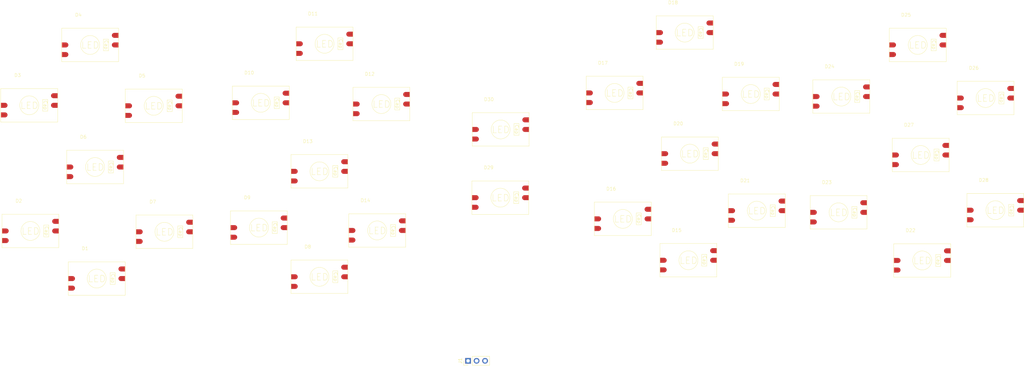
<source format=kicad_pcb>
(kicad_pcb (version 20240108) (generator "pcbnew") (generator_version "8.0")
  (layers (0 "F.Cu" signal) (1 "In1.Cu" signal) (2 "In2.Cu" signal) (31 "B.Cu" power) (34 "B.Paste" user) (35 "F.Paste" user) (36 "B.SilkS" user "B.Silkscreen") (37 "F.SilkS" user "F.Silkscreen") (38 "B.Mask" user) (39 "F.Mask" user) (44 "Edge.Cuts" user))
  (net 0 "")
  (net 1 "Net-(D1-DIN)")
  (net 2 "GND")
  (net 3 "Net-(D1-DOUT)")
  (net 4 "5V")
  (net 5 "D_In")
  (net 6 "Net-(D2-DOUT)")
  (net 7 "Net-(D3-DOUT)")
  (net 8 "Net-(D4-DIN)")
  (net 9 "Net-(D12-DOUT)")
  (net 10 "Net-(D10-DIN)")
  (net 11 "Net-(D14-DIN)")
  (net 12 "Net-(D13-DIN)")
  (net 13 "Net-(D14-DOUT)")
  (net 14 "Net-(D11-DIN)")
  (net 15 "Net-(D10-DOUT)")
  (net 16 "Net-(D11-DOUT)")
  (net 17 "Net-(D12-DIN)")
  (net 18 "Net-(D15-DOUT)")
  (net 19 "Net-(D16-DOUT)")
  (net 20 "Net-(D17-DIN)")
  (net 21 "Net-(D17-DOUT)")
  (net 22 "Net-(D18-DIN)")
  (net 23 "Net-(D19-DOUT)")
  (net 24 "Net-(D20-DOUT)")
  (net 25 "Net-(D20-DIN)")
  (net 26 "Net-(D22-DOUT)")
  (net 27 "Net-(D24-DOUT)")
  (net 28 "Net-(D24-DIN)")
  (net 29 "Net-(D25-DIN)")
  (net 30 "Net-(D26-DOUT)")
  (net 31 "Net-(D27-DOUT)")
  (net 32 "Net-(D27-DIN)")
  (footprint "LED_SMD:oneLED" (layer "F.Cu") (at 174.155 166.895)
    (property "Reference" "D11" (at 5 -14 0) (layer "F.SilkS") (effects (font (thickness 0.1))))
    (property "Value" "WS2812B")
    (fp_text user "Cap" (at 12.75 -6.5 -90) (layer "F.SilkS") (effects (font (thickness 0.1)) (justify left bottom)))
    (fp_text user "LED" (at 5.75 -3.75 0) (layer "F.SilkS") (effects (font (size 2 2) (thickness 0.1)) (justify left bottom)))
    (pad "1" smd custom (at 1.25 -2.125) (size 1.5 1.5) (layers "F.Cu" "F.Paste" "F.Mask") (net 4 "5V") (options (clearance outline) (anchor circle)) (primitives (gr_rect (start -1.25 -0.75) (end 0 0.75) (width 0.0001) (fill yes))))
    (pad "2" smd custom (at 15.75 -5 180) (size 1.5 1.5) (layers "F.Cu" "F.Paste" "F.Mask") (net 16 "Net-(D11-DOUT)") (options (clearance outline) (anchor circle)) (primitives (gr_rect (start -1.25 -0.75) (end 0 0.75) (width 0.0001) (fill yes))))
    (pad "3" smd custom (at 15.75 -7.875 180) (size 1.5 1.5) (layers "F.Cu" "F.Paste" "F.Mask") (net 2 "GND") (options (clearance outline) (anchor circle)) (primitives (gr_rect (start -1.25 -0.75) (end 0 0.75) (width 0.0001) (fill yes))))
    (pad "4" smd custom (at 1.25 -5) (size 1.5 1.5) (layers "F.Cu" "F.Paste" "F.Mask") (net 14 "Net-(D11-DIN)") (options (clearance outline) (anchor circle)) (primitives (gr_rect (start -1.25 -0.75) (end 0 0.75) (width 0.0001) (fill yes))))
  )
  (footprint "LED_SMD:oneLED" (layer "F.Cu") (at 371.805 183.145)
    (property "Reference" "D26" (at 5 -14 0) (layer "F.SilkS") (effects (font (thickness 0.1))))
    (property "Value" "WS2812B")
    (fp_text user "LED" (at 5.75 -3.75 0) (layer "F.SilkS") (effects (font (size 2 2) (thickness 0.1)) (justify left bottom)))
    (fp_text user "Cap" (at 12.75 -6.5 -90) (layer "F.SilkS") (effects (font (thickness 0.1)) (justify left bottom)))
    (pad "1" smd custom (at 1.25 -2.125) (size 1.5 1.5) (layers "F.Cu" "F.Paste" "F.Mask") (net 4 "5V") (options (clearance outline) (anchor circle)) (primitives (gr_rect (start -1.25 -0.75) (end 0 0.75) (width 0.0001) (fill yes))))
    (pad "2" smd custom (at 15.75 -5 180) (size 1.5 1.5) (layers "F.Cu" "F.Paste" "F.Mask") (net 30 "Net-(D26-DOUT)") (options (clearance outline) (anchor circle)) (primitives (gr_rect (start -1.25 -0.75) (end 0 0.75) (width 0.0001) (fill yes))))
    (pad "3" smd custom (at 15.75 -7.875 180) (size 1.5 1.5) (layers "F.Cu" "F.Paste" "F.Mask") (net 2 "GND") (options (clearance outline) (anchor circle)) (primitives (gr_rect (start -1.25 -0.75) (end 0 0.75) (width 0.0001) (fill yes))))
    (pad "4" smd custom (at 1.25 -5) (size 1.5 1.5) (layers "F.Cu" "F.Paste" "F.Mask") (net 27 "Net-(D24-DOUT)") (options (clearance outline) (anchor circle)) (primitives (gr_rect (start -1.25 -0.75) (end 0 0.75) (width 0.0001) (fill yes))))
  )
  (footprint "LED_SMD:oneLED" (layer "F.Cu") (at 86.205 222.945)
    (property "Reference" "D2" (at 5 -14 0) (layer "F.SilkS") (effects (font (thickness 0.1))))
    (property "Value" "WS2812B")
    (fp_text user "LED" (at 5.75 -3.75 0) (layer "F.SilkS") (effects (font (size 2 2) (thickness 0.1)) (justify left bottom)))
    (fp_text user "Cap" (at 12.75 -6.5 -90) (layer "F.SilkS") (effects (font (thickness 0.1)) (justify left bottom)))
    (pad "1" smd custom (at 1.25 -2.125) (size 1.5 1.5) (layers "F.Cu" "F.Paste" "F.Mask") (net 4 "5V") (options (clearance outline) (anchor circle)) (primitives (gr_rect (start -1.25 -0.75) (end 0 0.75) (width 0.0001) (fill yes))))
    (pad "2" smd custom (at 15.75 -5 180) (size 1.5 1.5) (layers "F.Cu" "F.Paste" "F.Mask") (net 6 "Net-(D2-DOUT)") (options (clearance outline) (anchor circle)) (primitives (gr_rect (start -1.25 -0.75) (end 0 0.75) (width 0.0001) (fill yes))))
    (pad "3" smd custom (at 15.75 -7.875 180) (size 1.5 1.5) (layers "F.Cu" "F.Paste" "F.Mask") (net 2 "GND") (options (clearance outline) (anchor circle)) (primitives (gr_rect (start -1.25 -0.75) (end 0 0.75) (width 0.0001) (fill yes))))
    (pad "4" smd custom (at 1.25 -5) (size 1.5 1.5) (layers "F.Cu" "F.Paste" "F.Mask") (net 5 "D_In") (options (clearance outline) (anchor circle)) (primitives (gr_rect (start -1.25 -0.75) (end 0 0.75) (width 0.0001) (fill yes))))
  )
  (footprint "LED_SMD:oneLED" (layer "F.Cu") (at 327.85 217.375)
    (property "Reference" "D23" (at 5 -14 0) (layer "F.SilkS") (effects (font (thickness 0.1))))
    (property "Value" "WS2812B")
    (fp_text user "Cap" (at 12.75 -6.5 -90) (layer "F.SilkS") (effects (font (thickness 0.1)) (justify left bottom)))
    (fp_text user "LED" (at 5.75 -3.75 0) (layer "F.SilkS") (effects (font (size 2 2) (thickness 0.1)) (justify left bottom)))
    (pad "1" smd custom (at 1.25 -2.125) (size 1.5 1.5) (layers "F.Cu" "F.Paste" "F.Mask") (net 4 "5V") (options (clearance outline) (anchor circle)) (primitives (gr_rect (start -1.25 -0.75) (end 0 0.75) (width 0.0001) (fill yes))))
    (pad "2" smd custom (at 15.75 -5 180) (size 1.5 1.5) (layers "F.Cu" "F.Paste" "F.Mask") (net 25 "Net-(D20-DIN)") (options (clearance outline) (anchor circle)) (primitives (gr_rect (start -1.25 -0.75) (end 0 0.75) (width 0.0001) (fill yes))))
    (pad "3" smd custom (at 15.75 -7.875 180) (size 1.5 1.5) (layers "F.Cu" "F.Paste" "F.Mask") (net 2 "GND") (options (clearance outline) (anchor circle)) (primitives (gr_rect (start -1.25 -0.75) (end 0 0.75) (width 0.0001) (fill yes))))
    (pad "4" smd custom (at 1.25 -5) (size 1.5 1.5) (layers "F.Cu" "F.Paste" "F.Mask") (net 23 "Net-(D19-DOUT)") (options (clearance outline) (anchor circle)) (primitives (gr_rect (start -1.25 -0.75) (end 0 0.75) (width 0.0001) (fill yes))))
  )
  (footprint "LED_SMD:oneLED" (layer "F.Cu") (at 106.03 237.195)
    (property "Reference" "D1" (at 5 -14 0) (layer "F.SilkS") (effects (font (thickness 0.1))))
    (property "Value" "WS2812B")
    (fp_text user "LED" (at 5.75 -3.75 0) (layer "F.SilkS") (effects (font (size 2 2) (thickness 0.1)) (justify left bottom)))
    (fp_text user "Cap" (at 12.75 -6.5 -90) (layer "F.SilkS") (effects (font (thickness 0.1)) (justify left bottom)))
    (pad "1" smd custom (at 1.25 -2.125) (size 1.5 1.5) (layers "F.Cu" "F.Paste" "F.Mask") (net 4 "5V") (options (clearance outline) (anchor circle)) (primitives (gr_rect (start -1.25 -0.75) (end 0 0.75) (width 0.0001) (fill yes))))
    (pad "2" smd custom (at 15.75 -5 180) (size 1.5 1.5) (layers "F.Cu" "F.Paste" "F.Mask") (net 3 "Net-(D1-DOUT)") (options (clearance outline) (anchor circle)) (primitives (gr_rect (start -1.25 -0.75) (end 0 0.75) (width 0.0001) (fill yes))))
    (pad "3" smd custom (at 15.75 -7.875 180) (size 1.5 1.5) (layers "F.Cu" "F.Paste" "F.Mask") (net 2 "GND") (options (clearance outline) (anchor circle)) (primitives (gr_rect (start -1.25 -0.75) (end 0 0.75) (width 0.0001) (fill yes))))
    (pad "4" smd custom (at 1.25 -5) (size 1.5 1.5) (layers "F.Cu" "F.Paste" "F.Mask") (net 1 "Net-(D1-DIN)") (options (clearance outline) (anchor circle)) (primitives (gr_rect (start -1.25 -0.75) (end 0 0.75) (width 0.0001) (fill yes))))
  )
  (footprint "LED_SMD:oneLED" (layer "F.Cu") (at 301.605 181.945)
    (property "Reference" "D19" (at 5 -14 0) (layer "F.SilkS") (effects (font (thickness 0.1))))
    (property "Value" "WS2812B")
    (fp_text user "Cap" (at 12.75 -6.5 -90) (layer "F.SilkS") (effects (font (thickness 0.1)) (justify left bottom)))
    (fp_text user "LED" (at 5.75 -3.75 0) (layer "F.SilkS") (effects (font (size 2 2) (thickness 0.1)) (justify left bottom)))
    (pad "1" smd custom (at 1.25 -2.125) (size 1.5 1.5) (layers "F.Cu" "F.Paste" "F.Mask") (net 4 "5V") (options (clearance outline) (anchor circle)) (primitives (gr_rect (start -1.25 -0.75) (end 0 0.75) (width 0.0001) (fill yes))))
    (pad "2" smd custom (at 15.75 -5 180) (size 1.5 1.5) (layers "F.Cu" "F.Paste" "F.Mask") (net 23 "Net-(D19-DOUT)") (options (clearance outline) (anchor circle)) (primitives (gr_rect (start -1.25 -0.75) (end 0 0.75) (width 0.0001) (fill yes))))
    (pad "3" smd custom (at 15.75 -7.875 180) (size 1.5 1.5) (layers "F.Cu" "F.Paste" "F.Mask") (net 2 "GND") (options (clearance outline) (anchor circle)) (primitives (gr_rect (start -1.25 -0.75) (end 0 0.75) (width 0.0001) (fill yes))))
    (pad "4" smd custom (at 1.25 -5) (size 1.5 1.5) (layers "F.Cu" "F.Paste" "F.Mask") (net 21 "Net-(D17-DOUT)") (options (clearance outline) (anchor circle)) (primitives (gr_rect (start -1.25 -0.75) (end 0 0.75) (width 0.0001) (fill yes))))
  )
  (footprint "LED_SMD:oneLED" (layer "F.Cu") (at 154.53 221.945)
    (property "Reference" "D9" (at 5 -14 0) (layer "F.SilkS") (effects (font (thickness 0.1))))
    (property "Value" "WS2812B")
    (fp_text user "LED" (at 5.75 -3.75 0) (layer "F.SilkS") (effects (font (size 2 2) (thickness 0.1)) (justify left bottom)))
    (fp_text user "Cap" (at 12.75 -6.5 -90) (layer "F.SilkS") (effects (font (thickness 0.1)) (justify left bottom)))
    (pad "1" smd custom (at 1.25 -2.125) (size 1.5 1.5) (layers "F.Cu" "F.Paste" "F.Mask") (net 4 "5V") (options (clearance outline) (anchor circle)) (primitives (gr_rect (start -1.25 -0.75) (end 0 0.75) (width 0.0001) (fill yes))))
    (pad "2" smd custom (at 15.75 -5 180) (size 1.5 1.5) (layers "F.Cu" "F.Paste" "F.Mask") (net 8 "Net-(D4-DIN)") (options (clearance outline) (anchor circle)) (primitives (gr_rect (start -1.25 -0.75) (end 0 0.75) (width 0.0001) (fill yes))))
    (pad "3" smd custom (at 15.75 -7.875 180) (size 1.5 1.5) (layers "F.Cu" "F.Paste" "F.Mask") (net 2 "GND") (options (clearance outline) (anchor circle)) (primitives (gr_rect (start -1.25 -0.75) (end 0 0.75) (width 0.0001) (fill yes))))
    (pad "4" smd custom (at 1.25 -5) (size 1.5 1.5) (layers "F.Cu" "F.Paste" "F.Mask") (net 15 "Net-(D10-DOUT)") (options (clearance outline) (anchor circle)) (primitives (gr_rect (start -1.25 -0.75) (end 0 0.75) (width 0.0001) (fill yes))))
  )
  (footprint "LED_SMD:oneLED" (layer "F.Cu") (at 352.4 200.2)
    (property "Reference" "D27" (at 5 -14 0) (layer "F.SilkS") (effects (font (thickness 0.1))))
    (property "Value" "WS2812B")
    (fp_text user "Cap" (at 12.75 -6.5 -90) (layer "F.SilkS") (effects (font (thickness 0.1)) (justify left bottom)))
    (fp_text user "LED" (at 5.75 -3.75 0) (layer "F.SilkS") (effects (font (size 2 2) (thickness 0.1)) (justify left bottom)))
    (pad "1" smd custom (at 1.25 -2.125) (size 1.5 1.5) (layers "F.Cu" "F.Paste" "F.Mask") (net 4 "5V") (options (clearance outline) (anchor circle)) (primitives (gr_rect (start -1.25 -0.75) (end 0 0.75) (width 0.0001) (fill yes))))
    (pad "2" smd custom (at 15.75 -5 180) (size 1.5 1.5) (layers "F.Cu" "F.Paste" "F.Mask") (net 31 "Net-(D27-DOUT)") (options (clearance outline) (anchor circle)) (primitives (gr_rect (start -1.25 -0.75) (end 0 0.75) (width 0.0001) (fill yes))))
    (pad "3" smd custom (at 15.75 -7.875 180) (size 1.5 1.5) (layers "F.Cu" "F.Paste" "F.Mask") (net 2 "GND") (options (clearance outline) (anchor circle)) (primitives (gr_rect (start -1.25 -0.75) (end 0 0.75) (width 0.0001) (fill yes))))
    (pad "4" smd custom (at 1.25 -5) (size 1.5 1.5) (layers "F.Cu" "F.Paste" "F.Mask") (net 32 "Net-(D27-DIN)") (options (clearance outline) (anchor circle)) (primitives (gr_rect (start -1.25 -0.75) (end 0 0.75) (width 0.0001) (fill yes))))
  )
  (footprint "LED_SMD:oneLED" (layer "F.Cu") (at 352.875 231.775)
    (property "Reference" "D22" (at 5 -14 0) (layer "F.SilkS") (effects (font (thickness 0.1))))
    (property "Value" "WS2812B")
    (fp_text user "Cap" (at 12.75 -6.5 -90) (layer "F.SilkS") (effects (font (thickness 0.1)) (justify left bottom)))
    (fp_text user "LED" (at 5.75 -3.75 0) (layer "F.SilkS") (effects (font (size 2 2) (thickness 0.1)) (justify left bottom)))
    (pad "1" smd custom (at 1.25 -2.125) (size 1.5 1.5) (layers "F.Cu" "F.Paste" "F.Mask") (net 4 "5V") (options (clearance outline) (anchor circle)) (primitives (gr_rect (start -1.25 -0.75) (end 0 0.75) (width 0.0001) (fill yes))))
    (pad "2" smd custom (at 15.75 -5 180) (size 1.5 1.5) (layers "F.Cu" "F.Paste" "F.Mask") (net 26 "Net-(D22-DOUT)") (options (clearance outline) (anchor circle)) (primitives (gr_rect (start -1.25 -0.75) (end 0 0.75) (width 0.0001) (fill yes))))
    (pad "3" smd custom (at 15.75 -7.875 180) (size 1.5 1.5) (layers "F.Cu" "F.Paste" "F.Mask") (net 2 "GND") (options (clearance outline) (anchor circle)) (primitives (gr_rect (start -1.25 -0.75) (end 0 0.75) (width 0.0001) (fill yes))))
    (pad "4" smd custom (at 1.25 -5) (size 1.5 1.5) (layers "F.Cu" "F.Paste" "F.Mask") (net 24 "Net-(D20-DOUT)") (options (clearance outline) (anchor circle)) (primitives (gr_rect (start -1.25 -0.75) (end 0 0.75) (width 0.0001) (fill yes))))
  )
  (footprint "LED_SMD:oneLED" (layer "F.Cu") (at 374.75 216.725)
    (property "Reference" "D28" (at 5 -14 0) (layer "F.SilkS") (effects (font (thickness 0.1))))
    (property "Value" "WS2812B")
    (fp_text user "Cap" (at 12.75 -6.5 -90) (layer "F.SilkS") (effects (font (thickness 0.1)) (justify left bottom)))
    (fp_text user "LED" (at 5.75 -3.75 0) (layer "F.SilkS") (effects (font (size 2 2) (thickness 0.1)) (justify left bottom)))
    (pad "1" smd custom (at 1.25 -2.125) (size 1.5 1.5) (layers "F.Cu" "F.Paste" "F.Mask") (net 4 "5V") (options (clearance outline) (anchor circle)) (primitives (gr_rect (start -1.25 -0.75) (end 0 0.75) (width 0.0001) (fill yes))))
    (pad "2" smd custom (at 15.75 -5 180) (size 1.5 1.5) (layers "F.Cu" "F.Paste" "F.Mask") (net 29 "Net-(D25-DIN)") (options (clearance outline) (anchor circle)) (primitives (gr_rect (start -1.25 -0.75) (end 0 0.75) (width 0.0001) (fill yes))))
    (pad "3" smd custom (at 15.75 -7.875 180) (size 1.5 1.5) (layers "F.Cu" "F.Paste" "F.Mask") (net 2 "GND") (options (clearance outline) (anchor circle)) (primitives (gr_rect (start -1.25 -0.75) (end 0 0.75) (width 0.0001) (fill yes))))
    (pad "4" smd custom (at 1.25 -5) (size 1.5 1.5) (layers "F.Cu" "F.Paste" "F.Mask") (net 26 "Net-(D22-DOUT)") (options (clearance outline) (anchor circle)) (primitives (gr_rect (start -1.25 -0.75) (end 0 0.75) (width 0.0001) (fill yes))))
  )
  (footprint "LED_SMD:oneLED" (layer "F.Cu") (at 126.275 223.2)
    (property "Reference" "D7" (at 5 -14 0) (layer "F.SilkS") (effects (font (thickness 0.1))))
    (property "Value" "WS2812B")
    (fp_text user "Cap" (at 12.75 -6.5 -90) (layer "F.SilkS") (effects (font (thickness 0.1)) (justify left bottom)))
    (fp_text user "LED" (at 5.75 -3.75 0) (layer "F.SilkS") (effects (font (size 2 2) (thickness 0.1)) (justify left bottom)))
    (pad "1" smd custom (at 1.25 -2.125) (size 1.5 1.5) (layers "F.Cu" "F.Paste" "F.Mask") (net 4 "5V") (options (clearance outline) (anchor circle)) (primitives (gr_rect (start -1.25 -0.75) (end 0 0.75) (width 0.0001) (fill yes))))
    (pad "2" smd custom (at 15.75 -5 180) (size 1.5 1.5) (layers "F.Cu" "F.Paste" "F.Mask") (net 12 "Net-(D13-DIN)") (options (clearance outline) (anchor circle)) (primitives (gr_rect (start -1.25 -0.75) (end 0 0.75) (width 0.0001) (fill yes))))
    (pad "3" smd custom (at 15.75 -7.875 180) (size 1.5 1.5) (layers "F.Cu" "F.Paste" "F.Mask") (net 2 "GND") (options (clearance outline) (anchor circle)) (primitives (gr_rect (start -1.25 -0.75) (end 0 0.75) (width 0.0001) (fill yes))))
    (pad "4" smd custom (at 1.25 -5) (size 1.5 1.5) (layers "F.Cu" "F.Paste" "F.Mask") (net 7 "Net-(D3-DOUT)") (options (clearance outline) (anchor circle)) (primitives (gr_rect (start -1.25 -0.75) (end 0 0.75) (width 0.0001) (fill yes))))
  )
  (footprint "LED_SMD:oneLED" (layer "F.Cu") (at 189.88 222.795)
    (property "Reference" "D14" (at 5 -14 0) (layer "F.SilkS") (effects (font (thickness 0.1))))
    (property "Value" "WS2812B")
    (fp_text user "LED" (at 5.75 -3.75 0) (layer "F.SilkS") (effects (font (size 2 2) (thickness 0.1)) (justify left bottom)))
    (fp_text user "Cap" (at 12.75 -6.5 -90) (layer "F.SilkS") (effects (font (thickness 0.1)) (justify left bottom)))
    (pad "1" smd custom (at 1.25 -2.125) (size 1.5 1.5) (layers "F.Cu" "F.Paste" "F.Mask") (net 4 "5V") (options (clearance outline) (anchor circle)) (primitives (gr_rect (start -1.25 -0.75) (end 0 0.75) (width 0.0001) (fill yes))))
    (pad "2" smd custom (at 15.75 -5 180) (size 1.5 1.5) (layers "F.Cu" "F.Paste" "F.Mask") (net 13 "Net-(D14-DOUT)") (options (clearance outline) (anchor circle)) (primitives (gr_rect (start -1.25 -0.75) (end 0 0.75) (width 0.0001) (fill yes))))
    (pad "3" smd custom (at 15.75 -7.875 180) (size 1.5 1.5) (layers "F.Cu" "F.Paste" "F.Mask") (net 2 "GND") (options (clearance outline) (anchor circle)) (primitives (gr_rect (start -1.25 -0.75) (end 0 0.75) (width 0.0001) (fill yes))))
    (pad "4" smd custom (at 1.25 -5) (size 1.5 1.5) (layers "F.Cu" "F.Paste" "F.Mask") (net 11 "Net-(D14-DIN)") (options (clearance outline) (anchor circle)) (primitives (gr_rect (start -1.25 -0.75) (end 0 0.75) (width 0.0001) (fill yes))))
  )
  (footprint "LED_SMD:oneLED" (layer "F.Cu") (at 226.8 192.55)
    (property "Reference" "D30" (at 5 -14 0) (layer "F.SilkS") (effects (font (thickness 0.1))))
    (property "Value" "WS2812B")
    (fp_text user "LED" (at 5.75 -3.75 0) (layer "F.SilkS") (effects (font (size 2 2) (thickness 0.1)) (justify left bottom)))
    (fp_text user "Cap" (at 12.75 -6.5 -90) (layer "F.SilkS") (effects (font (thickness 0.1)) (justify left bottom)))
    (pad "1" smd custom (at 1.25 -2.125) (size 1.5 1.5) (layers "F.Cu" "F.Paste" "F.Mask") (net 4 "5V") (options (clearance outline) (anchor circle)) (primitives (gr_rect (start -1.25 -0.75) (end 0 0.75) (width 0.0001) (fill yes))))
    (pad "2" smd custom (at 15.75 -5 180) (size 1.5 1.5) (layers "F.Cu" "F.Paste" "F.Mask") (net 32 "Net-(D27-DIN)") (options (clearance outline) (anchor circle)) (primitives (gr_rect (start -1.25 -0.75) (end 0 0.75) (width 0.0001) (fill yes))))
    (pad "3" smd custom (at 15.75 -7.875 180) (size 1.5 1.5) (layers "F.Cu" "F.Paste" "F.Mask") (net 2 "GND") (options (clearance outline) (anchor circle)) (primitives (gr_rect (start -1.25 -0.75) (end 0 0.75) (width 0.0001) (fill yes))))
    (pad "4" smd custom (at 1.25 -5) (size 1.5 1.5) (layers "F.Cu" "F.Paste" "F.Mask") (net 30 "Net-(D26-DOUT)") (options (clearance outline) (anchor circle)) (primitives (gr_rect (start -1.25 -0.75) (end 0 0.75) (width 0.0001) (fill yes))))
  )
  (footprint "LED_SMD:oneLED" (layer "F.Cu") (at 351.53 167.245)
    (property "Reference" "D25" (at 5 -14 0) (layer "F.SilkS") (effects (font (thickness 0.1))))
    (property "Value" "WS2812B")
    (fp_text user "Cap" (at 12.75 -6.5 -90) (layer "F.SilkS") (effects (font (thickness 0.1)) (justify left bottom)))
    (fp_text user "LED" (at 5.75 -3.75 0) (layer "F.SilkS") (effects (font (size 2 2) (thickness 0.1)) (justify left bottom)))
    (pad "1" smd custom (at 1.25 -2.125) (size 1.5 1.5) (layers "F.Cu" "F.Paste" "F.Mask") (net 4 "5V") (options (clearance outline) (anchor circle)) (primitives (gr_rect (start -1.25 -0.75) (end 0 0.75) (width 0.0001) (fill yes))))
    (pad "2" smd custom (at 15.75 -5 180) (size 1.5 1.5) (layers "F.Cu" "F.Paste" "F.Mask") (net 28 "Net-(D24-DIN)") (options (clearance outline) (anchor circle)) (primitives (gr_rect (start -1.25 -0.75) (end 0 0.75) (width 0.0001) (fill yes))))
    (pad "3" smd custom (at 15.75 -7.875 180) (size 1.5 1.5) (layers "F.Cu" "F.Paste" "F.Mask") (net 2 "GND") (options (clearance outline) (anchor circle)) (primitives (gr_rect (start -1.25 -0.75) (end 0 0.75) (width 0.0001) (fill yes))))
    (pad "4" smd custom (at 1.25 -5) (size 1.5 1.5) (layers "F.Cu" "F.Paste" "F.Mask") (net 29 "Net-(D25-DIN)") (options (clearance outline) (anchor circle)) (primitives (gr_rect (start -1.25 -0.75) (end 0 0.75) (width 0.0001) (fill yes))))
  )
  (footprint "LED_SMD:oneLED" (layer "F.Cu") (at 303.405 216.87)
    (property "Reference" "D21" (at 5 -14 0) (layer "F.SilkS") (effects (font (thickness 0.1))))
    (property "Value" "WS2812B")
    (fp_text user "Cap" (at 12.75 -6.5 -90) (layer "F.SilkS") (effects (font (thickness 0.1)) (justify left bottom)))
    (fp_text user "LED" (at 5.75 -3.75 0) (layer "F.SilkS") (effects (font (size 2 2) (thickness 0.1)) (justify left bottom)))
    (pad "1" smd custom (at 1.25 -2.125) (size 1.5 1.5) (layers "F.Cu" "F.Paste" "F.Mask") (net 4 "5V") (options (clearance outline) (anchor circle)) (primitives (gr_rect (start -1.25 -0.75) (end 0 0.75) (width 0.0001) (fill yes))))
    (pad "2" smd custom (at 15.75 -5 180) (size 1.5 1.5) (layers "F.Cu" "F.Paste" "F.Mask") (net 22 "Net-(D18-DIN)") (options (clearance outline) (anchor circle)) (primitives (gr_rect (start -1.25 -0.75) (end 0 0.75) (width 0.0001) (fill yes))))
    (pad "3" smd custom (at 15.75 -7.875 180) (size 1.5 1.5) (layers "F.Cu" "F.Paste" "F.Mask") (net 2 "GND") (options (clearance outline) (anchor circle)) (primitives (gr_rect (start -1.25 -0.75) (end 0 0.75) (width 0.0001) (fill yes))))
    (pad "4" smd custom (at 1.25 -5) (size 1.5 1.5) (layers "F.Cu" "F.Paste" "F.Mask") (net 19 "Net-(D16-DOUT)") (options (clearance outline) (anchor circle)) (primitives (gr_rect (start -1.25 -0.75) (end 0 0.75) (width 0.0001) (fill yes))))
  )
  (footprint "LED_SMD:oneLED" (layer "F.Cu") (at 191.155 184.945)
    (property "Reference" "D12" (at 5 -14 0) (layer "F.SilkS") (effects (font (thickness 0.1))))
    (property "Value" "WS2812B")
    (fp_text user "LED" (at 5.75 -3.75 0) (layer "F.SilkS") (effects (font (size 2 2) (thickness 0.1)) (justify left bottom)))
    (fp_text user "Cap" (at 12.75 -6.5 -90) (layer "F.SilkS") (effects (font (thickness 0.1)) (justify left bottom)))
    (pad "1" smd custom (at 1.25 -2.125) (size 1.5 1.5) (layers "F.Cu" "F.Paste" "F.Mask") (net 4 "5V") (options (clearance outline) (anchor circle)) (primitives (gr_rect (start -1.25 -0.75) (end 0 0.75) (width 0.0001) (fill yes))))
    (pad "2" smd custom (at 15.75 -5 180) (size 1.5 1.5) (layers "F.Cu" "F.Paste" "F.Mask") (net 9 "Net-(D12-DOUT)") (options (clearance outline) (anchor circle)) (primitives (gr_rect (start -1.25 -0.75) (end 0 0.75) (width 0.0001) (fill yes))))
    (pad "3" smd custom (at 15.75 -7.875 180) (size 1.5 1.5) (layers "F.Cu" "F.Paste" "F.Mask") (net 2 "GND") (options (clearance outline) (anchor circle)) (primitives (gr_rect (start -1.25 -0.75) (end 0 0.75) (width 0.0001) (fill yes))))
    (pad "4" smd custom (at 1.25 -5) (size 1.5 1.5) (layers "F.Cu" "F.Paste" "F.Mask") (net 17 "Net-(D12-DIN)") (options (clearance outline) (anchor circle)) (primitives (gr_rect (start -1.25 -0.75) (end 0 0.75) (width 0.0001) (fill yes))))
  )
  (footprint "LED_SMD:oneLED" (layer "F.Cu") (at 172.63 205.095)
    (property "Reference" "D13" (at 5 -14 0) (layer "F.SilkS") (effects (font (thickness 0.1))))
    (property "Value" "WS2812B")
    (fp_text user "Cap" (at 12.75 -6.5 -90) (layer "F.SilkS") (effects (font (thickness 0.1)) (justify left bottom)))
    (fp_text user "LED" (at 5.75 -3.75 0) (layer "F.SilkS") (effects (font (size 2 2) (thickness 0.1)) (justify left bottom)))
    (pad "1" smd custom (at 1.25 -2.125) (size 1.5 1.5) (layers "F.Cu" "F.Paste" "F.Mask") (net 4 "5V") (options (clearance outline) (anchor circle)) (primitives (gr_rect (start -1.25 -0.75) (end 0 0.75) (width 0.0001) (fill yes))))
    (pad "2" smd custom (at 15.75 -5 180) (size 1.5 1.5) (layers "F.Cu" "F.Paste" "F.Mask") (net 17 "Net-(D12-DIN)") (options (clearance outline) (anchor circle)) (primitives (gr_rect (start -1.25 -0.75) (end 0 0.75) (width 0.0001) (fill yes))))
    (pad "3" smd custom (at 15.75 -7.875 180) (size 1.5 1.5) (layers "F.Cu" "F.Paste" "F.Mask") (net 2 "GND") (options (clearance outline) (anchor circle)) (primitives (gr_rect (start -1.25 -0.75) (end 0 0.75) (width 0.0001) (fill yes))))
    (pad "4" smd custom (at 1.25 -5) (size 1.5 1.5) (layers "F.Cu" "F.Paste" "F.Mask") (net 12 "Net-(D13-DIN)") (options (clearance outline) (anchor circle)) (primitives (gr_rect (start -1.25 -0.75) (end 0 0.75) (width 0.0001) (fill yes))))
  )
  (footprint "LED_SMD:oneLED" (layer "F.Cu") (at 85.855 185.32)
    (property "Reference" "D3" (at 5 -14 0) (layer "F.SilkS") (effects (font (thickness 0.1))))
    (property "Value" "WS2812B")
    (fp_text user "Cap" (at 12.75 -6.5 -90) (layer "F.SilkS") (effects (font (thickness 0.1)) (justify left bottom)))
    (fp_text user "LED" (at 5.75 -3.75 0) (layer "F.SilkS") (effects (font (size 2 2) (thickness 0.1)) (justify left bottom)))
    (pad "1" smd custom (at 1.25 -2.125) (size 1.5 1.5) (layers "F.Cu" "F.Paste" "F.Mask") (net 4 "5V") (options (clearance outline) (anchor circle)) (primitives (gr_rect (start -1.25 -0.75) (end 0 0.75) (width 0.0001) (fill yes))))
    (pad "2" smd custom (at 15.75 -5 180) (size 1.5 1.5) (layers "F.Cu" "F.Paste" "F.Mask") (net 7 "Net-(D3-DOUT)") (options (clearance outline) (anchor circle)) (primitives (gr_rect (start -1.25 -0.75) (end 0 0.75) (width 0.0001) (fill yes))))
    (pad "3" smd custom (at 15.75 -7.875 180) (size 1.5 1.5) (layers "F.Cu" "F.Paste" "F.Mask") (net 2 "GND") (options (clearance outline) (anchor circle)) (primitives (gr_rect (start -1.25 -0.75) (end 0 0.75) (width 0.0001) (fill yes))))
    (pad "4" smd custom (at 1.25 -5) (size 1.5 1.5) (layers "F.Cu" "F.Paste" "F.Mask") (net 6 "Net-(D2-DOUT)") (options (clearance outline) (anchor circle)) (primitives (gr_rect (start -1.25 -0.75) (end 0 0.75) (width 0.0001) (fill yes))))
  )
  (footprint "LED_SMD:oneLED" (layer "F.Cu") (at 263.35 219.325)
    (property "Reference" "D16" (at 5 -14 0) (layer "F.SilkS") (effects (font (thickness 0.1))))
    (property "Value" "WS2812B")
    (fp_text user "LED" (at 5.75 -3.75 0) (layer "F.SilkS") (effects (font (size 2 2) (thickness 0.1)) (justify left bottom)))
    (fp_text user "Cap" (at 12.75 -6.5 -90) (layer "F.SilkS") (effects (font (thickness 0.1)) (justify left bottom)))
    (pad "1" smd custom (at 1.25 -2.125) (size 1.5 1.5) (layers "F.Cu" "F.Paste" "F.Mask") (net 4 "5V") (options (clearance outline) (anchor circle)) (primitives (gr_rect (start -1.25 -0.75) (end 0 0.75) (width 0.0001) (fill yes))))
    (pad "2" smd custom (at 15.75 -5 180) (size 1.5 1.5) (layers "F.Cu" "F.Paste" "F.Mask") (net 19 "Net-(D16-DOUT)") (options (clearance outline) (anchor circle)) (primitives (gr_rect (start -1.25 -0.75) (end 0 0.75) (width 0.0001) (fill yes))))
    (pad "3" smd custom (at 15.75 -7.875 180) (size 1.5 1.5) (layers "F.Cu" "F.Paste" "F.Mask") (net 2 "GND") (options (clearance outline) (anchor circle)) (primitives (gr_rect (start -1.25 -0.75) (end 0 0.75) (width 0.0001) (fill yes))))
    (pad "4" smd custom (at 1.25 -5) (size 1.5 1.5) (layers "F.Cu" "F.Paste" "F.Mask") (net 18 "Net-(D15-DOUT)") (options (clearance outline) (anchor circle)) (primitives (gr_rect (start -1.25 -0.75) (end 0 0.75) (width 0.0001) (fill yes))))
  )
  (footprint "LED_SMD:oneLED" (layer "F.Cu") (at 104.05 167.25)
    (property "Reference" "D4" (at 5 -14 0) (layer "F.SilkS") (effects (font (thickness 0.1))))
    (property "Value" "WS2812B")
    (fp_text user "Cap" (at 12.75 -6.5 -90) (layer "F.SilkS") (effects (font (thickness 0.1)) (justify left bottom)))
    (fp_text user "LED" (at 5.75 -3.75 0) (layer "F.SilkS") (effects (font (size 2 2) (thickness 0.1)) (justify left bottom)))
    (pad "1" smd custom (at 1.25 -2.125) (size 1.5 1.5) (layers "F.Cu" "F.Paste" "F.Mask") (net 4 "5V") (options (clearance outline) (anchor circle)) (primitives (gr_rect (start -1.25 -0.75) (end 0 0.75) (width 0.0001) (fill yes))))
    (pad "2" smd custom (at 15.75 -5 180) (size 1.5 1.5) (layers "F.Cu" "F.Paste" "F.Mask") (net 1 "Net-(D1-DIN)") (options (clearance outline) (anchor circle)) (primitives (gr_rect (start -1.25 -0.75) (end 0 0.75) (width 0.0001) (fill yes))))
    (pad "3" smd custom (at 15.75 -7.875 180) (size 1.5 1.5) (layers "F.Cu" "F.Paste" "F.Mask") (net 2 "GND") (options (clearance outline) (anchor circle)) (primitives (gr_rect (start -1.25 -0.75) (end 0 0.75) (width 0.0001) (fill yes))))
    (pad "4" smd custom (at 1.25 -5) (size 1.5 1.5) (layers "F.Cu" "F.Paste" "F.Mask") (net 8 "Net-(D4-DIN)") (options (clearance outline) (anchor circle)) (primitives (gr_rect (start -1.25 -0.75) (end 0 0.75) (width 0.0001) (fill yes))))
  )
  (footprint "Connector_PinHeader_2.54mm:PinHeader_1x03_P2.54mm_Vertical" (layer "F.Cu") (at 225.57 256.825 90)
    (property "Reference" "J1" (at 0 -2.33 90) (layer "F.SilkS"))
    (property "Value" "LED_connector")
    (pad "1" thru_hole rect (at 0 0 90) (size 1.7 1.7) (drill 1) (layers "*.Cu" "*.Mask") (net 2 "GND"))
    (pad "2" thru_hole oval (at 0 2.54 90) (size 1.7 1.7) (drill 1) (layers "*.Cu" "*.Mask") (net 5 "D_In"))
    (pad "3" thru_hole oval (at 0 5.08 90) (size 1.7 1.7) (drill 1) (layers "*.Cu" "*.Mask") (net 4 "5V"))
  )
  (footprint "LED_SMD:oneLED" (layer "F.Cu") (at 283.4 199.8)
    (property "Reference" "D20" (at 5 -14 0) (layer "F.SilkS") (effects (font (thickness 0.1))))
    (property "Value" "WS2812B")
    (fp_text user "Cap" (at 12.75 -6.5 -90) (layer "F.SilkS") (effects (font (thickness 0.1)) (justify left bottom)))
    (fp_text user "LED" (at 5.75 -3.75 0) (layer "F.SilkS") (effects (font (size 2 2) (thickness 0.1)) (justify left bottom)))
    (pad "1" smd custom (at 1.25 -2.125) (size 1.5 1.5) (layers "F.Cu" "F.Paste" "F.Mask") (net 4 "5V") (options (clearance outline) (anchor circle)) (primitives (gr_rect (start -1.25 -0.75) (end 0 0.75) (width 0.0001) (fill yes))))
    (pad "2" smd custom (at 15.75 -5 180) (size 1.5 1.5) (layers "F.Cu" "F.Paste" "F.Mask") (net 24 "Net-(D20-DOUT)") (options (clearance outline) (anchor circle)) (primitives (gr_rect (start -1.25 -0.75) (end 0 0.75) (width 0.0001) (fill yes))))
    (pad "3" smd custom (at 15.75 -7.875 180) (size 1.5 1.5) (layers "F.Cu" "F.Paste" "F.Mask") (net 2 "GND") (options (clearance outline) (anchor circle)) (primitives (gr_rect (start -1.25 -0.75) (end 0 0.75) (width 0.0001) (fill yes))))
    (pad "4" smd custom (at 1.25 -5) (size 1.5 1.5) (layers "F.Cu" "F.Paste" "F.Mask") (net 25 "Net-(D20-DIN)") (options (clearance outline) (anchor circle)) (primitives (gr_rect (start -1.25 -0.75) (end 0 0.75) (width 0.0001) (fill yes))))
  )
  (footprint "LED_SMD:oneLED" (layer "F.Cu") (at 155.105 184.57)
    (property "Reference" "D10" (at 5 -14 0) (layer "F.SilkS") (effects (font (thickness 0.1))))
    (property "Value" "WS2812B")
    (fp_text user "Cap" (at 12.75 -6.5 -90) (layer "F.SilkS") (effects (font (thickness 0.1)) (justify left bottom)))
    (fp_text user "LED" (at 5.75 -3.75 0) (layer "F.SilkS") (effects (font (size 2 2) (thickness 0.1)) (justify left bottom)))
    (pad "1" smd custom (at 1.25 -2.125) (size 1.5 1.5) (layers "F.Cu" "F.Paste" "F.Mask") (net 4 "5V") (options (clearance outline) (anchor circle)) (primitives (gr_rect (start -1.25 -0.75) (end 0 0.75) (width 0.0001) (fill yes))))
    (pad "2" smd custom (at 15.75 -5 180) (size 1.5 1.5) (layers "F.Cu" "F.Paste" "F.Mask") (net 15 "Net-(D10-DOUT)") (options (clearance outline) (anchor circle)) (primitives (gr_rect (start -1.25 -0.75) (end 0 0.75) (width 0.0001) (fill yes))))
    (pad "3" smd custom (at 15.75 -7.875 180) (size 1.5 1.5) (layers "F.Cu" "F.Paste" "F.Mask") (net 2 "GND") (options (clearance outline) (anchor circle)) (primitives (gr_rect (start -1.25 -0.75) (end 0 0.75) (width 0.0001) (fill yes))))
    (pad "4" smd custom (at 1.25 -5) (size 1.5 1.5) (layers "F.Cu" "F.Paste" "F.Mask") (net 10 "Net-(D10-DIN)") (options (clearance outline) (anchor circle)) (primitives (gr_rect (start -1.25 -0.75) (end 0 0.75) (width 0.0001) (fill yes))))
  )
  (footprint "LED_SMD:oneLED" (layer "F.Cu") (at 226.725 212.975)
    (property "Reference" "D29" (at 5 -14 0) (layer "F.SilkS") (effects (font (thickness 0.1))))
    (property "Value" "WS2812B")
    (fp_text user "Cap" (at 12.75 -6.5 -90) (layer "F.SilkS") (effects (font (thickness 0.1)) (justify left bottom)))
    (fp_text user "LED" (at 5.75 -3.75 0) (layer "F.SilkS") (effects (font (size 2 2) (thickness 0.1)) (justify left bottom)))
    (pad "1" smd custom (at 1.25 -2.125) (size 1.5 1.5) (layers "F.Cu" "F.Paste" "F.Mask") (net 4 "5V") (options (clearance outline) (anchor circle)) (primitives (gr_rect (start -1.25 -0.75) (end 0 0.75) (width 0.0001) (fill yes))))
    (pad "2" smd custom (at 15.75 -5 180) (size 1.5 1.5) (layers "F.Cu" "F.Paste" "F.Mask") (options (clearance outline) (anchor circle)) (primitives (gr_rect (start -1.25 -0.75) (end 0 0.75) (width 0.0001) (fill yes))))
    (pad "3" smd custom (at 15.75 -7.875 180) (size 1.5 1.5) (layers "F.Cu" "F.Paste" "F.Mask") (net 2 "GND") (options (clearance outline) (anchor circle)) (primitives (gr_rect (start -1.25 -0.75) (end 0 0.75) (width 0.0001) (fill yes))))
    (pad "4" smd custom (at 1.25 -5) (size 1.5 1.5) (layers "F.Cu" "F.Paste" "F.Mask") (net 31 "Net-(D27-DOUT)") (options (clearance outline) (anchor circle)) (primitives (gr_rect (start -1.25 -0.75) (end 0 0.75) (width 0.0001) (fill yes))))
  )
  (footprint "LED_SMD:oneLED" (layer "F.Cu") (at 260.88 181.62)
    (property "Reference" "D17" (at 5 -14 0) (layer "F.SilkS") (effects (font (thickness 0.1))))
    (property "Value" "WS2812B")
    (fp_text user "Cap" (at 12.75 -6.5 -90) (layer "F.SilkS") (effects (font (thickness 0.1)) (justify left bottom)))
    (fp_text user "LED" (at 5.75 -3.75 0) (layer "F.SilkS") (effects (font (size 2 2) (thickness 0.1)) (justify left bottom)))
    (pad "1" smd custom (at 1.25 -2.125) (size 1.5 1.5) (layers "F.Cu" "F.Paste" "F.Mask") (net 4 "5V") (options (clearance outline) (anchor circle)) (primitives (gr_rect (start -1.25 -0.75) (end 0 0.75) (width 0.0001) (fill yes))))
    (pad "2" smd custom (at 15.75 -5 180) (size 1.5 1.5) (layers "F.Cu" "F.Paste" "F.Mask") (net 21 "Net-(D17-DOUT)") (options (clearance outline) (anchor circle)) (primitives (gr_rect (start -1.25 -0.75) (end 0 0.75) (width 0.0001) (fill yes))))
    (pad "3" smd custom (at 15.75 -7.875 180) (size 1.5 1.5) (layers "F.Cu" "F.Paste" "F.Mask") (net 2 "GND") (options (clearance outline) (anchor circle)) (primitives (gr_rect (start -1.25 -0.75) (end 0 0.75) (width 0.0001) (fill yes))))
    (pad "4" smd custom (at 1.25 -5) (size 1.5 1.5) (layers "F.Cu" "F.Paste" "F.Mask") (net 20 "Net-(D17-DIN)") (options (clearance outline) (anchor circle)) (primitives (gr_rect (start -1.25 -0.75) (end 0 0.75) (width 0.0001) (fill yes))))
  )
  (footprint "LED_SMD:oneLED" (layer "F.Cu") (at 328.675 182.7)
    (property "Reference" "D24" (at 5 -14 0) (layer "F.SilkS") (effects (font (thickness 0.1))))
    (property "Value" "WS2812B")
    (fp_text user "Cap" (at 12.75 -6.5 -90) (layer "F.SilkS") (effects (font (thickness 0.1)) (justify left bottom)))
    (fp_text user "LED" (at 5.75 -3.75 0) (layer "F.SilkS") (effects (font (size 2 2) (thickness 0.1)) (justify left bottom)))
    (pad "1" smd custom (at 1.25 -2.125) (size 1.5 1.5) (layers "F.Cu" "F.Paste" "F.Mask") (net 4 "5V") (options (clearance outline) (anchor circle)) (primitives (gr_rect (start -1.25 -0.75) (end 0 0.75) (width 0.0001) (fill yes))))
    (pad "2" smd custom (at 15.75 -5 180) (size 1.5 1.5) (layers "F.Cu" "F.Paste" "F.Mask") (net 27 "Net-(D24-DOUT)") (options (clearance outline) (anchor circle)) (primitives (gr_rect (start -1.25 -0.75) (end 0 0.75) (width 0.0001) (fill yes))))
    (pad "3" smd custom (at 15.75 -7.875 180) (size 1.5 1.5) (layers "F.Cu" "F.Paste" "F.Mask") (net 2 "GND") (options (clearance outline) (anchor circle)) (primitives (gr_rect (start -1.25 -0.75) (end 0 0.75) (width 0.0001) (fill yes))))
    (pad "4" smd custom (at 1.25 -5) (size 1.5 1.5) (layers "F.Cu" "F.Paste" "F.Mask") (net 28 "Net-(D24-DIN)") (options (clearance outline) (anchor circle)) (primitives (gr_rect (start -1.25 -0.75) (end 0 0.75) (width 0.0001) (fill yes))))
  )
  (footprint "LED_SMD:oneLED" (layer "F.Cu") (at 123.08 185.47)
    (property "Reference" "D5" (at 5 -14 0) (layer "F.SilkS") (effects (font (thickness 0.1))))
    (property "Value" "WS2812B")
    (fp_text user "Cap" (at 12.75 -6.5 -90) (layer "F.SilkS") (effects (font (thickness 0.1)) (justify left bottom)))
    (fp_text user "LED" (at 5.75 -3.75 0) (layer "F.SilkS") (effects (font (size 2 2) (thickness 0.1)) (justify left bottom)))
    (pad "1" smd custom (at 1.25 -2.125) (size 1.5 1.5) (layers "F.Cu" "F.Paste" "F.Mask") (net 4 "5V") (options (clearance outline) (anchor circle)) (primitives (gr_rect (start -1.25 -0.75) (end 0 0.75) (width 0.0001) (fill yes))))
    (pad "2" smd custom (at 15.75 -5 180) (size 1.5 1.5) (layers "F.Cu" "F.Paste" "F.Mask") (net 10 "Net-(D10-DIN)") (options (clearance outline) (anchor circle)) (primitives (gr_rect (start -1.25 -0.75) (end 0 0.75) (width 0.0001) (fill yes))))
    (pad "3" smd custom (at 15.75 -7.875 180) (size 1.5 1.5) (layers "F.Cu" "F.Paste" "F.Mask") (net 2 "GND") (options (clearance outline) (anchor circle)) (primitives (gr_rect (start -1.25 -0.75) (end 0 0.75) (width 0.0001) (fill yes))))
    (pad "4" smd custom (at 1.25 -5) (size 1.5 1.5) (layers "F.Cu" "F.Paste" "F.Mask") (net 9 "Net-(D12-DOUT)") (options (clearance outline) (anchor circle)) (primitives (gr_rect (start -1.25 -0.75) (end 0 0.75) (width 0.0001) (fill yes))))
  )
  (footprint "LED_SMD:oneLED" (layer "F.Cu") (at 282.955 231.72)
    (property "Reference" "D15" (at 5 -14 0) (layer "F.SilkS") (effects (font (thickness 0.1))))
    (property "Value" "WS2812B")
    (fp_text user "Cap" (at 12.75 -6.5 -90) (layer "F.SilkS") (effects (font (thickness 0.1)) (justify left bottom)))
    (fp_text user "LED" (at 5.75 -3.75 0) (layer "F.SilkS") (effects (font (size 2 2) (thickness 0.1)) (justify left bottom)))
    (pad "1" smd custom (at 1.25 -2.125) (size 1.5 1.5) (layers "F.Cu" "F.Paste" "F.Mask") (net 4 "5V") (options (clearance outline) (anchor circle)) (primitives (gr_rect (start -1.25 -0.75) (end 0 0.75) (width 0.0001) (fill yes))))
    (pad "2" smd custom (at 15.75 -5 180) (size 1.5 1.5) (layers "F.Cu" "F.Paste" "F.Mask") (net 18 "Net-(D15-DOUT)") (options (clearance outline) (anchor circle)) (primitives (gr_rect (start -1.25 -0.75) (end 0 0.75) (width 0.0001) (fill yes))))
    (pad "3" smd custom (at 15.75 -7.875 180) (size 1.5 1.5) (layers "F.Cu" "F.Paste" "F.Mask") (net 2 "GND") (options (clearance outline) (anchor circle)) (primitives (gr_rect (start -1.25 -0.75) (end 0 0.75) (width 0.0001) (fill yes))))
    (pad "4" smd custom (at 1.25 -5) (size 1.5 1.5) (layers "F.Cu" "F.Paste" "F.Mask") (net 16 "Net-(D11-DOUT)") (options (clearance outline) (anchor circle)) (primitives (gr_rect (start -1.25 -0.75) (end 0 0.75) (width 0.0001) (fill yes))))
  )
  (footprint "LED_SMD:oneLED" (layer "F.Cu") (at 172.63 236.67)
    (property "Reference" "D8" (at 5 -14 0) (layer "F.SilkS") (effects (font (thickness 0.1))))
    (property "Value" "WS2812B")
    (fp_text user "Cap" (at 12.75 -6.5 -90) (layer "F.SilkS") (effects (font (thickness 0.1)) (justify left bottom)))
    (fp_text user "LED" (at 5.75 -3.75 0) (layer "F.SilkS") (effects (font (size 2 2) (thickness 0.1)) (justify left bottom)))
    (pad "1" smd custom (at 1.25 -2.125) (size 1.5 1.5) (layers "F.Cu" "F.Paste" "F.Mask") (net 4 "5V") (options (clearance outline) (anchor circle)) (primitives (gr_rect (start -1.25 -0.75) (end 0 0.75) (width 0.0001) (fill yes))))
    (pad "2" smd custom (at 15.75 -5 180) (size 1.5 1.5) (layers "F.Cu" "F.Paste" "F.Mask") (net 14 "Net-(D11-DIN)") (options (clearance outline) (anchor circle)) (primitives (gr_rect (start -1.25 -0.75) (end 0 0.75) (width 0.0001) (fill yes))))
    (pad "3" smd custom (at 15.75 -7.875 180) (size 1.5 1.5) (layers "F.Cu" "F.Paste" "F.Mask") (net 2 "GND") (options (clearance outline) (anchor circle)) (primitives (gr_rect (start -1.25 -0.75) (end 0 0.75) (width 0.0001) (fill yes))))
    (pad "4" smd custom (at 1.25 -5) (size 1.5 1.5) (layers "F.Cu" "F.Paste" "F.Mask") (net 13 "Net-(D14-DOUT)") (options (clearance outline) (anchor circle)) (primitives (gr_rect (start -1.25 -0.75) (end 0 0.75) (width 0.0001) (fill yes))))
  )
  (footprint "LED_SMD:oneLED" (layer "F.Cu") (at 105.53 203.795)
    (property "Reference" "D6" (at 5 -14 0) (layer "F.SilkS") (effects (font (thickness 0.1))))
    (property "Value" "WS2812B")
    (fp_text user "LED" (at 5.75 -3.75 0) (layer "F.SilkS") (effects (font (size 2 2) (thickness 0.1)) (justify left bottom)))
    (fp_text user "Cap" (at 12.75 -6.5 -90) (layer "F.SilkS") (effects (font (thickness 0.1)) (justify left bottom)))
    (pad "1" smd custom (at 1.25 -2.125) (size 1.5 1.5) (layers "F.Cu" "F.Paste" "F.Mask") (net 4 "5V") (options (clearance outline) (anchor circle)) (primitives (gr_rect (start -1.25 -0.75) (end 0 0.75) (width 0.0001) (fill yes))))
    (pad "2" smd custom (at 15.75 -5 180) (size 1.5 1.5) (layers "F.Cu" "F.Paste" "F.Mask") (net 11 "Net-(D14-DIN)") (options (clearance outline) (anchor circle)) (primitives (gr_rect (start -1.25 -0.75) (end 0 0.75) (width 0.0001) (fill yes))))
    (pad "3" smd custom (at 15.75 -7.875 180) (size 1.5 1.5) (layers "F.Cu" "F.Paste" "F.Mask") (net 2 "GND") (options (clearance outline) (anchor circle)) (primitives (gr_rect (start -1.25 -0.75) (end 0 0.75) (width 0.0001) (fill yes))))
    (pad "4" smd custom (at 1.25 -5) (size 1.5 1.5) (layers "F.Cu" "F.Paste" "F.Mask") (net 3 "Net-(D1-DOUT)") (options (clearance outline) (anchor circle)) (primitives (gr_rect (start -1.25 -0.75) (end 0 0.75) (width 0.0001) (fill yes))))
  )
  (footprint "LED_SMD:oneLED" (layer "F.Cu") (at 281.85 163.55)
    (property "Reference" "D18" (at 5 -14 0) (layer "F.SilkS") (effects (font (thickness 0.1))))
    (property "Value" "WS2812B")
    (fp_text user "Cap" (at 12.75 -6.5 -90) (layer "F.SilkS") (effects (font (thickness 0.1)) (justify left bottom)))
    (fp_text user "LED" (at 5.75 -3.75 0) (layer "F.SilkS") (effects (font (size 2 2) (thickness 0.1)) (justify left bottom)))
    (pad "1" smd custom (at 1.25 -2.125) (size 1.5 1.5) (layers "F.Cu" "F.Paste" "F.Mask") (net 4 "5V") (options (clearance outline) (anchor circle)) (primitives (gr_rect (start -1.25 -0.75) (end 0 0.75) (width 0.0001) (fill yes))))
    (pad "2" smd custom (at 15.75 -5 180) (size 1.5 1.5) (layers "F.Cu" "F.Paste" "F.Mask") (net 20 "Net-(D17-DIN)") (options (clearance outline) (anchor circle)) (primitives (gr_rect (start -1.25 -0.75) (end 0 0.75) (width 0.0001) (fill yes))))
    (pad "3" smd custom (at 15.75 -7.875 180) (size 1.5 1.5) (layers "F.Cu" "F.Paste" "F.Mask") (net 2 "GND") (options (clearance outline) (anchor circle)) (primitives (gr_rect (start -1.25 -0.75) (end 0 0.75) (width 0.0001) (fill yes))))
    (pad "4" smd custom (at 1.25 -5) (size 1.5 1.5) (layers "F.Cu" "F.Paste" "F.Mask") (net 22 "Net-(D18-DIN)") (options (clearance outline) (anchor circle)) (primitives (gr_rect (start -1.25 -0.75) (end 0 0.75) (width 0.0001) (fill yes))))
  )
)
</source>
